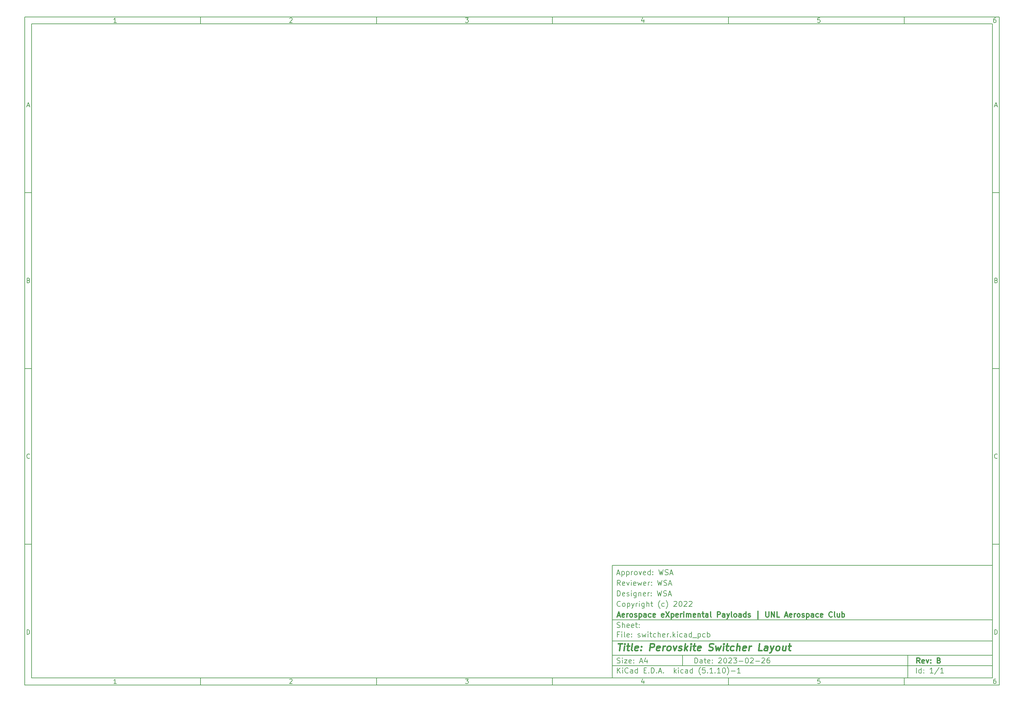
<source format=gbr>
%TF.GenerationSoftware,KiCad,Pcbnew,(5.1.10)-1*%
%TF.CreationDate,2023-02-26T14:00:58-06:00*%
%TF.ProjectId,switcher,73776974-6368-4657-922e-6b696361645f,B*%
%TF.SameCoordinates,Original*%
%TF.FileFunction,Paste,Bot*%
%TF.FilePolarity,Positive*%
%FSLAX46Y46*%
G04 Gerber Fmt 4.6, Leading zero omitted, Abs format (unit mm)*
G04 Created by KiCad (PCBNEW (5.1.10)-1) date 2023-02-26 14:00:58*
%MOMM*%
%LPD*%
G01*
G04 APERTURE LIST*
%ADD10C,0.100000*%
%ADD11C,0.150000*%
%ADD12C,0.300000*%
%ADD13C,0.400000*%
G04 APERTURE END LIST*
D10*
D11*
X177002200Y-166007200D02*
X177002200Y-198007200D01*
X285002200Y-198007200D01*
X285002200Y-166007200D01*
X177002200Y-166007200D01*
D10*
D11*
X10000000Y-10000000D02*
X10000000Y-200007200D01*
X287002200Y-200007200D01*
X287002200Y-10000000D01*
X10000000Y-10000000D01*
D10*
D11*
X12000000Y-12000000D02*
X12000000Y-198007200D01*
X285002200Y-198007200D01*
X285002200Y-12000000D01*
X12000000Y-12000000D01*
D10*
D11*
X60000000Y-12000000D02*
X60000000Y-10000000D01*
D10*
D11*
X110000000Y-12000000D02*
X110000000Y-10000000D01*
D10*
D11*
X160000000Y-12000000D02*
X160000000Y-10000000D01*
D10*
D11*
X210000000Y-12000000D02*
X210000000Y-10000000D01*
D10*
D11*
X260000000Y-12000000D02*
X260000000Y-10000000D01*
D10*
D11*
X36065476Y-11588095D02*
X35322619Y-11588095D01*
X35694047Y-11588095D02*
X35694047Y-10288095D01*
X35570238Y-10473809D01*
X35446428Y-10597619D01*
X35322619Y-10659523D01*
D10*
D11*
X85322619Y-10411904D02*
X85384523Y-10350000D01*
X85508333Y-10288095D01*
X85817857Y-10288095D01*
X85941666Y-10350000D01*
X86003571Y-10411904D01*
X86065476Y-10535714D01*
X86065476Y-10659523D01*
X86003571Y-10845238D01*
X85260714Y-11588095D01*
X86065476Y-11588095D01*
D10*
D11*
X135260714Y-10288095D02*
X136065476Y-10288095D01*
X135632142Y-10783333D01*
X135817857Y-10783333D01*
X135941666Y-10845238D01*
X136003571Y-10907142D01*
X136065476Y-11030952D01*
X136065476Y-11340476D01*
X136003571Y-11464285D01*
X135941666Y-11526190D01*
X135817857Y-11588095D01*
X135446428Y-11588095D01*
X135322619Y-11526190D01*
X135260714Y-11464285D01*
D10*
D11*
X185941666Y-10721428D02*
X185941666Y-11588095D01*
X185632142Y-10226190D02*
X185322619Y-11154761D01*
X186127380Y-11154761D01*
D10*
D11*
X236003571Y-10288095D02*
X235384523Y-10288095D01*
X235322619Y-10907142D01*
X235384523Y-10845238D01*
X235508333Y-10783333D01*
X235817857Y-10783333D01*
X235941666Y-10845238D01*
X236003571Y-10907142D01*
X236065476Y-11030952D01*
X236065476Y-11340476D01*
X236003571Y-11464285D01*
X235941666Y-11526190D01*
X235817857Y-11588095D01*
X235508333Y-11588095D01*
X235384523Y-11526190D01*
X235322619Y-11464285D01*
D10*
D11*
X285941666Y-10288095D02*
X285694047Y-10288095D01*
X285570238Y-10350000D01*
X285508333Y-10411904D01*
X285384523Y-10597619D01*
X285322619Y-10845238D01*
X285322619Y-11340476D01*
X285384523Y-11464285D01*
X285446428Y-11526190D01*
X285570238Y-11588095D01*
X285817857Y-11588095D01*
X285941666Y-11526190D01*
X286003571Y-11464285D01*
X286065476Y-11340476D01*
X286065476Y-11030952D01*
X286003571Y-10907142D01*
X285941666Y-10845238D01*
X285817857Y-10783333D01*
X285570238Y-10783333D01*
X285446428Y-10845238D01*
X285384523Y-10907142D01*
X285322619Y-11030952D01*
D10*
D11*
X60000000Y-198007200D02*
X60000000Y-200007200D01*
D10*
D11*
X110000000Y-198007200D02*
X110000000Y-200007200D01*
D10*
D11*
X160000000Y-198007200D02*
X160000000Y-200007200D01*
D10*
D11*
X210000000Y-198007200D02*
X210000000Y-200007200D01*
D10*
D11*
X260000000Y-198007200D02*
X260000000Y-200007200D01*
D10*
D11*
X36065476Y-199595295D02*
X35322619Y-199595295D01*
X35694047Y-199595295D02*
X35694047Y-198295295D01*
X35570238Y-198481009D01*
X35446428Y-198604819D01*
X35322619Y-198666723D01*
D10*
D11*
X85322619Y-198419104D02*
X85384523Y-198357200D01*
X85508333Y-198295295D01*
X85817857Y-198295295D01*
X85941666Y-198357200D01*
X86003571Y-198419104D01*
X86065476Y-198542914D01*
X86065476Y-198666723D01*
X86003571Y-198852438D01*
X85260714Y-199595295D01*
X86065476Y-199595295D01*
D10*
D11*
X135260714Y-198295295D02*
X136065476Y-198295295D01*
X135632142Y-198790533D01*
X135817857Y-198790533D01*
X135941666Y-198852438D01*
X136003571Y-198914342D01*
X136065476Y-199038152D01*
X136065476Y-199347676D01*
X136003571Y-199471485D01*
X135941666Y-199533390D01*
X135817857Y-199595295D01*
X135446428Y-199595295D01*
X135322619Y-199533390D01*
X135260714Y-199471485D01*
D10*
D11*
X185941666Y-198728628D02*
X185941666Y-199595295D01*
X185632142Y-198233390D02*
X185322619Y-199161961D01*
X186127380Y-199161961D01*
D10*
D11*
X236003571Y-198295295D02*
X235384523Y-198295295D01*
X235322619Y-198914342D01*
X235384523Y-198852438D01*
X235508333Y-198790533D01*
X235817857Y-198790533D01*
X235941666Y-198852438D01*
X236003571Y-198914342D01*
X236065476Y-199038152D01*
X236065476Y-199347676D01*
X236003571Y-199471485D01*
X235941666Y-199533390D01*
X235817857Y-199595295D01*
X235508333Y-199595295D01*
X235384523Y-199533390D01*
X235322619Y-199471485D01*
D10*
D11*
X285941666Y-198295295D02*
X285694047Y-198295295D01*
X285570238Y-198357200D01*
X285508333Y-198419104D01*
X285384523Y-198604819D01*
X285322619Y-198852438D01*
X285322619Y-199347676D01*
X285384523Y-199471485D01*
X285446428Y-199533390D01*
X285570238Y-199595295D01*
X285817857Y-199595295D01*
X285941666Y-199533390D01*
X286003571Y-199471485D01*
X286065476Y-199347676D01*
X286065476Y-199038152D01*
X286003571Y-198914342D01*
X285941666Y-198852438D01*
X285817857Y-198790533D01*
X285570238Y-198790533D01*
X285446428Y-198852438D01*
X285384523Y-198914342D01*
X285322619Y-199038152D01*
D10*
D11*
X10000000Y-60000000D02*
X12000000Y-60000000D01*
D10*
D11*
X10000000Y-110000000D02*
X12000000Y-110000000D01*
D10*
D11*
X10000000Y-160000000D02*
X12000000Y-160000000D01*
D10*
D11*
X10690476Y-35216666D02*
X11309523Y-35216666D01*
X10566666Y-35588095D02*
X11000000Y-34288095D01*
X11433333Y-35588095D01*
D10*
D11*
X11092857Y-84907142D02*
X11278571Y-84969047D01*
X11340476Y-85030952D01*
X11402380Y-85154761D01*
X11402380Y-85340476D01*
X11340476Y-85464285D01*
X11278571Y-85526190D01*
X11154761Y-85588095D01*
X10659523Y-85588095D01*
X10659523Y-84288095D01*
X11092857Y-84288095D01*
X11216666Y-84350000D01*
X11278571Y-84411904D01*
X11340476Y-84535714D01*
X11340476Y-84659523D01*
X11278571Y-84783333D01*
X11216666Y-84845238D01*
X11092857Y-84907142D01*
X10659523Y-84907142D01*
D10*
D11*
X11402380Y-135464285D02*
X11340476Y-135526190D01*
X11154761Y-135588095D01*
X11030952Y-135588095D01*
X10845238Y-135526190D01*
X10721428Y-135402380D01*
X10659523Y-135278571D01*
X10597619Y-135030952D01*
X10597619Y-134845238D01*
X10659523Y-134597619D01*
X10721428Y-134473809D01*
X10845238Y-134350000D01*
X11030952Y-134288095D01*
X11154761Y-134288095D01*
X11340476Y-134350000D01*
X11402380Y-134411904D01*
D10*
D11*
X10659523Y-185588095D02*
X10659523Y-184288095D01*
X10969047Y-184288095D01*
X11154761Y-184350000D01*
X11278571Y-184473809D01*
X11340476Y-184597619D01*
X11402380Y-184845238D01*
X11402380Y-185030952D01*
X11340476Y-185278571D01*
X11278571Y-185402380D01*
X11154761Y-185526190D01*
X10969047Y-185588095D01*
X10659523Y-185588095D01*
D10*
D11*
X287002200Y-60000000D02*
X285002200Y-60000000D01*
D10*
D11*
X287002200Y-110000000D02*
X285002200Y-110000000D01*
D10*
D11*
X287002200Y-160000000D02*
X285002200Y-160000000D01*
D10*
D11*
X285692676Y-35216666D02*
X286311723Y-35216666D01*
X285568866Y-35588095D02*
X286002200Y-34288095D01*
X286435533Y-35588095D01*
D10*
D11*
X286095057Y-84907142D02*
X286280771Y-84969047D01*
X286342676Y-85030952D01*
X286404580Y-85154761D01*
X286404580Y-85340476D01*
X286342676Y-85464285D01*
X286280771Y-85526190D01*
X286156961Y-85588095D01*
X285661723Y-85588095D01*
X285661723Y-84288095D01*
X286095057Y-84288095D01*
X286218866Y-84350000D01*
X286280771Y-84411904D01*
X286342676Y-84535714D01*
X286342676Y-84659523D01*
X286280771Y-84783333D01*
X286218866Y-84845238D01*
X286095057Y-84907142D01*
X285661723Y-84907142D01*
D10*
D11*
X286404580Y-135464285D02*
X286342676Y-135526190D01*
X286156961Y-135588095D01*
X286033152Y-135588095D01*
X285847438Y-135526190D01*
X285723628Y-135402380D01*
X285661723Y-135278571D01*
X285599819Y-135030952D01*
X285599819Y-134845238D01*
X285661723Y-134597619D01*
X285723628Y-134473809D01*
X285847438Y-134350000D01*
X286033152Y-134288095D01*
X286156961Y-134288095D01*
X286342676Y-134350000D01*
X286404580Y-134411904D01*
D10*
D11*
X285661723Y-185588095D02*
X285661723Y-184288095D01*
X285971247Y-184288095D01*
X286156961Y-184350000D01*
X286280771Y-184473809D01*
X286342676Y-184597619D01*
X286404580Y-184845238D01*
X286404580Y-185030952D01*
X286342676Y-185278571D01*
X286280771Y-185402380D01*
X286156961Y-185526190D01*
X285971247Y-185588095D01*
X285661723Y-185588095D01*
D10*
D11*
X200434342Y-193785771D02*
X200434342Y-192285771D01*
X200791485Y-192285771D01*
X201005771Y-192357200D01*
X201148628Y-192500057D01*
X201220057Y-192642914D01*
X201291485Y-192928628D01*
X201291485Y-193142914D01*
X201220057Y-193428628D01*
X201148628Y-193571485D01*
X201005771Y-193714342D01*
X200791485Y-193785771D01*
X200434342Y-193785771D01*
X202577200Y-193785771D02*
X202577200Y-193000057D01*
X202505771Y-192857200D01*
X202362914Y-192785771D01*
X202077200Y-192785771D01*
X201934342Y-192857200D01*
X202577200Y-193714342D02*
X202434342Y-193785771D01*
X202077200Y-193785771D01*
X201934342Y-193714342D01*
X201862914Y-193571485D01*
X201862914Y-193428628D01*
X201934342Y-193285771D01*
X202077200Y-193214342D01*
X202434342Y-193214342D01*
X202577200Y-193142914D01*
X203077200Y-192785771D02*
X203648628Y-192785771D01*
X203291485Y-192285771D02*
X203291485Y-193571485D01*
X203362914Y-193714342D01*
X203505771Y-193785771D01*
X203648628Y-193785771D01*
X204720057Y-193714342D02*
X204577200Y-193785771D01*
X204291485Y-193785771D01*
X204148628Y-193714342D01*
X204077200Y-193571485D01*
X204077200Y-193000057D01*
X204148628Y-192857200D01*
X204291485Y-192785771D01*
X204577200Y-192785771D01*
X204720057Y-192857200D01*
X204791485Y-193000057D01*
X204791485Y-193142914D01*
X204077200Y-193285771D01*
X205434342Y-193642914D02*
X205505771Y-193714342D01*
X205434342Y-193785771D01*
X205362914Y-193714342D01*
X205434342Y-193642914D01*
X205434342Y-193785771D01*
X205434342Y-192857200D02*
X205505771Y-192928628D01*
X205434342Y-193000057D01*
X205362914Y-192928628D01*
X205434342Y-192857200D01*
X205434342Y-193000057D01*
X207220057Y-192428628D02*
X207291485Y-192357200D01*
X207434342Y-192285771D01*
X207791485Y-192285771D01*
X207934342Y-192357200D01*
X208005771Y-192428628D01*
X208077200Y-192571485D01*
X208077200Y-192714342D01*
X208005771Y-192928628D01*
X207148628Y-193785771D01*
X208077200Y-193785771D01*
X209005771Y-192285771D02*
X209148628Y-192285771D01*
X209291485Y-192357200D01*
X209362914Y-192428628D01*
X209434342Y-192571485D01*
X209505771Y-192857200D01*
X209505771Y-193214342D01*
X209434342Y-193500057D01*
X209362914Y-193642914D01*
X209291485Y-193714342D01*
X209148628Y-193785771D01*
X209005771Y-193785771D01*
X208862914Y-193714342D01*
X208791485Y-193642914D01*
X208720057Y-193500057D01*
X208648628Y-193214342D01*
X208648628Y-192857200D01*
X208720057Y-192571485D01*
X208791485Y-192428628D01*
X208862914Y-192357200D01*
X209005771Y-192285771D01*
X210077200Y-192428628D02*
X210148628Y-192357200D01*
X210291485Y-192285771D01*
X210648628Y-192285771D01*
X210791485Y-192357200D01*
X210862914Y-192428628D01*
X210934342Y-192571485D01*
X210934342Y-192714342D01*
X210862914Y-192928628D01*
X210005771Y-193785771D01*
X210934342Y-193785771D01*
X211434342Y-192285771D02*
X212362914Y-192285771D01*
X211862914Y-192857200D01*
X212077200Y-192857200D01*
X212220057Y-192928628D01*
X212291485Y-193000057D01*
X212362914Y-193142914D01*
X212362914Y-193500057D01*
X212291485Y-193642914D01*
X212220057Y-193714342D01*
X212077200Y-193785771D01*
X211648628Y-193785771D01*
X211505771Y-193714342D01*
X211434342Y-193642914D01*
X213005771Y-193214342D02*
X214148628Y-193214342D01*
X215148628Y-192285771D02*
X215291485Y-192285771D01*
X215434342Y-192357200D01*
X215505771Y-192428628D01*
X215577200Y-192571485D01*
X215648628Y-192857200D01*
X215648628Y-193214342D01*
X215577200Y-193500057D01*
X215505771Y-193642914D01*
X215434342Y-193714342D01*
X215291485Y-193785771D01*
X215148628Y-193785771D01*
X215005771Y-193714342D01*
X214934342Y-193642914D01*
X214862914Y-193500057D01*
X214791485Y-193214342D01*
X214791485Y-192857200D01*
X214862914Y-192571485D01*
X214934342Y-192428628D01*
X215005771Y-192357200D01*
X215148628Y-192285771D01*
X216220057Y-192428628D02*
X216291485Y-192357200D01*
X216434342Y-192285771D01*
X216791485Y-192285771D01*
X216934342Y-192357200D01*
X217005771Y-192428628D01*
X217077200Y-192571485D01*
X217077200Y-192714342D01*
X217005771Y-192928628D01*
X216148628Y-193785771D01*
X217077200Y-193785771D01*
X217720057Y-193214342D02*
X218862914Y-193214342D01*
X219505771Y-192428628D02*
X219577200Y-192357200D01*
X219720057Y-192285771D01*
X220077200Y-192285771D01*
X220220057Y-192357200D01*
X220291485Y-192428628D01*
X220362914Y-192571485D01*
X220362914Y-192714342D01*
X220291485Y-192928628D01*
X219434342Y-193785771D01*
X220362914Y-193785771D01*
X221648628Y-192285771D02*
X221362914Y-192285771D01*
X221220057Y-192357200D01*
X221148628Y-192428628D01*
X221005771Y-192642914D01*
X220934342Y-192928628D01*
X220934342Y-193500057D01*
X221005771Y-193642914D01*
X221077200Y-193714342D01*
X221220057Y-193785771D01*
X221505771Y-193785771D01*
X221648628Y-193714342D01*
X221720057Y-193642914D01*
X221791485Y-193500057D01*
X221791485Y-193142914D01*
X221720057Y-193000057D01*
X221648628Y-192928628D01*
X221505771Y-192857200D01*
X221220057Y-192857200D01*
X221077200Y-192928628D01*
X221005771Y-193000057D01*
X220934342Y-193142914D01*
D10*
D11*
X177002200Y-194507200D02*
X285002200Y-194507200D01*
D10*
D11*
X178434342Y-196585771D02*
X178434342Y-195085771D01*
X179291485Y-196585771D02*
X178648628Y-195728628D01*
X179291485Y-195085771D02*
X178434342Y-195942914D01*
X179934342Y-196585771D02*
X179934342Y-195585771D01*
X179934342Y-195085771D02*
X179862914Y-195157200D01*
X179934342Y-195228628D01*
X180005771Y-195157200D01*
X179934342Y-195085771D01*
X179934342Y-195228628D01*
X181505771Y-196442914D02*
X181434342Y-196514342D01*
X181220057Y-196585771D01*
X181077200Y-196585771D01*
X180862914Y-196514342D01*
X180720057Y-196371485D01*
X180648628Y-196228628D01*
X180577200Y-195942914D01*
X180577200Y-195728628D01*
X180648628Y-195442914D01*
X180720057Y-195300057D01*
X180862914Y-195157200D01*
X181077200Y-195085771D01*
X181220057Y-195085771D01*
X181434342Y-195157200D01*
X181505771Y-195228628D01*
X182791485Y-196585771D02*
X182791485Y-195800057D01*
X182720057Y-195657200D01*
X182577200Y-195585771D01*
X182291485Y-195585771D01*
X182148628Y-195657200D01*
X182791485Y-196514342D02*
X182648628Y-196585771D01*
X182291485Y-196585771D01*
X182148628Y-196514342D01*
X182077200Y-196371485D01*
X182077200Y-196228628D01*
X182148628Y-196085771D01*
X182291485Y-196014342D01*
X182648628Y-196014342D01*
X182791485Y-195942914D01*
X184148628Y-196585771D02*
X184148628Y-195085771D01*
X184148628Y-196514342D02*
X184005771Y-196585771D01*
X183720057Y-196585771D01*
X183577200Y-196514342D01*
X183505771Y-196442914D01*
X183434342Y-196300057D01*
X183434342Y-195871485D01*
X183505771Y-195728628D01*
X183577200Y-195657200D01*
X183720057Y-195585771D01*
X184005771Y-195585771D01*
X184148628Y-195657200D01*
X186005771Y-195800057D02*
X186505771Y-195800057D01*
X186720057Y-196585771D02*
X186005771Y-196585771D01*
X186005771Y-195085771D01*
X186720057Y-195085771D01*
X187362914Y-196442914D02*
X187434342Y-196514342D01*
X187362914Y-196585771D01*
X187291485Y-196514342D01*
X187362914Y-196442914D01*
X187362914Y-196585771D01*
X188077200Y-196585771D02*
X188077200Y-195085771D01*
X188434342Y-195085771D01*
X188648628Y-195157200D01*
X188791485Y-195300057D01*
X188862914Y-195442914D01*
X188934342Y-195728628D01*
X188934342Y-195942914D01*
X188862914Y-196228628D01*
X188791485Y-196371485D01*
X188648628Y-196514342D01*
X188434342Y-196585771D01*
X188077200Y-196585771D01*
X189577200Y-196442914D02*
X189648628Y-196514342D01*
X189577200Y-196585771D01*
X189505771Y-196514342D01*
X189577200Y-196442914D01*
X189577200Y-196585771D01*
X190220057Y-196157200D02*
X190934342Y-196157200D01*
X190077200Y-196585771D02*
X190577200Y-195085771D01*
X191077200Y-196585771D01*
X191577200Y-196442914D02*
X191648628Y-196514342D01*
X191577200Y-196585771D01*
X191505771Y-196514342D01*
X191577200Y-196442914D01*
X191577200Y-196585771D01*
X194577200Y-196585771D02*
X194577200Y-195085771D01*
X194720057Y-196014342D02*
X195148628Y-196585771D01*
X195148628Y-195585771D02*
X194577200Y-196157200D01*
X195791485Y-196585771D02*
X195791485Y-195585771D01*
X195791485Y-195085771D02*
X195720057Y-195157200D01*
X195791485Y-195228628D01*
X195862914Y-195157200D01*
X195791485Y-195085771D01*
X195791485Y-195228628D01*
X197148628Y-196514342D02*
X197005771Y-196585771D01*
X196720057Y-196585771D01*
X196577200Y-196514342D01*
X196505771Y-196442914D01*
X196434342Y-196300057D01*
X196434342Y-195871485D01*
X196505771Y-195728628D01*
X196577200Y-195657200D01*
X196720057Y-195585771D01*
X197005771Y-195585771D01*
X197148628Y-195657200D01*
X198434342Y-196585771D02*
X198434342Y-195800057D01*
X198362914Y-195657200D01*
X198220057Y-195585771D01*
X197934342Y-195585771D01*
X197791485Y-195657200D01*
X198434342Y-196514342D02*
X198291485Y-196585771D01*
X197934342Y-196585771D01*
X197791485Y-196514342D01*
X197720057Y-196371485D01*
X197720057Y-196228628D01*
X197791485Y-196085771D01*
X197934342Y-196014342D01*
X198291485Y-196014342D01*
X198434342Y-195942914D01*
X199791485Y-196585771D02*
X199791485Y-195085771D01*
X199791485Y-196514342D02*
X199648628Y-196585771D01*
X199362914Y-196585771D01*
X199220057Y-196514342D01*
X199148628Y-196442914D01*
X199077200Y-196300057D01*
X199077200Y-195871485D01*
X199148628Y-195728628D01*
X199220057Y-195657200D01*
X199362914Y-195585771D01*
X199648628Y-195585771D01*
X199791485Y-195657200D01*
X202077200Y-197157200D02*
X202005771Y-197085771D01*
X201862914Y-196871485D01*
X201791485Y-196728628D01*
X201720057Y-196514342D01*
X201648628Y-196157200D01*
X201648628Y-195871485D01*
X201720057Y-195514342D01*
X201791485Y-195300057D01*
X201862914Y-195157200D01*
X202005771Y-194942914D01*
X202077200Y-194871485D01*
X203362914Y-195085771D02*
X202648628Y-195085771D01*
X202577200Y-195800057D01*
X202648628Y-195728628D01*
X202791485Y-195657200D01*
X203148628Y-195657200D01*
X203291485Y-195728628D01*
X203362914Y-195800057D01*
X203434342Y-195942914D01*
X203434342Y-196300057D01*
X203362914Y-196442914D01*
X203291485Y-196514342D01*
X203148628Y-196585771D01*
X202791485Y-196585771D01*
X202648628Y-196514342D01*
X202577200Y-196442914D01*
X204077200Y-196442914D02*
X204148628Y-196514342D01*
X204077200Y-196585771D01*
X204005771Y-196514342D01*
X204077200Y-196442914D01*
X204077200Y-196585771D01*
X205577200Y-196585771D02*
X204720057Y-196585771D01*
X205148628Y-196585771D02*
X205148628Y-195085771D01*
X205005771Y-195300057D01*
X204862914Y-195442914D01*
X204720057Y-195514342D01*
X206220057Y-196442914D02*
X206291485Y-196514342D01*
X206220057Y-196585771D01*
X206148628Y-196514342D01*
X206220057Y-196442914D01*
X206220057Y-196585771D01*
X207720057Y-196585771D02*
X206862914Y-196585771D01*
X207291485Y-196585771D02*
X207291485Y-195085771D01*
X207148628Y-195300057D01*
X207005771Y-195442914D01*
X206862914Y-195514342D01*
X208648628Y-195085771D02*
X208791485Y-195085771D01*
X208934342Y-195157200D01*
X209005771Y-195228628D01*
X209077200Y-195371485D01*
X209148628Y-195657200D01*
X209148628Y-196014342D01*
X209077200Y-196300057D01*
X209005771Y-196442914D01*
X208934342Y-196514342D01*
X208791485Y-196585771D01*
X208648628Y-196585771D01*
X208505771Y-196514342D01*
X208434342Y-196442914D01*
X208362914Y-196300057D01*
X208291485Y-196014342D01*
X208291485Y-195657200D01*
X208362914Y-195371485D01*
X208434342Y-195228628D01*
X208505771Y-195157200D01*
X208648628Y-195085771D01*
X209648628Y-197157200D02*
X209720057Y-197085771D01*
X209862914Y-196871485D01*
X209934342Y-196728628D01*
X210005771Y-196514342D01*
X210077200Y-196157200D01*
X210077200Y-195871485D01*
X210005771Y-195514342D01*
X209934342Y-195300057D01*
X209862914Y-195157200D01*
X209720057Y-194942914D01*
X209648628Y-194871485D01*
X210791485Y-196014342D02*
X211934342Y-196014342D01*
X213434342Y-196585771D02*
X212577200Y-196585771D01*
X213005771Y-196585771D02*
X213005771Y-195085771D01*
X212862914Y-195300057D01*
X212720057Y-195442914D01*
X212577200Y-195514342D01*
D10*
D11*
X177002200Y-191507200D02*
X285002200Y-191507200D01*
D10*
D12*
X264411485Y-193785771D02*
X263911485Y-193071485D01*
X263554342Y-193785771D02*
X263554342Y-192285771D01*
X264125771Y-192285771D01*
X264268628Y-192357200D01*
X264340057Y-192428628D01*
X264411485Y-192571485D01*
X264411485Y-192785771D01*
X264340057Y-192928628D01*
X264268628Y-193000057D01*
X264125771Y-193071485D01*
X263554342Y-193071485D01*
X265625771Y-193714342D02*
X265482914Y-193785771D01*
X265197200Y-193785771D01*
X265054342Y-193714342D01*
X264982914Y-193571485D01*
X264982914Y-193000057D01*
X265054342Y-192857200D01*
X265197200Y-192785771D01*
X265482914Y-192785771D01*
X265625771Y-192857200D01*
X265697200Y-193000057D01*
X265697200Y-193142914D01*
X264982914Y-193285771D01*
X266197200Y-192785771D02*
X266554342Y-193785771D01*
X266911485Y-192785771D01*
X267482914Y-193642914D02*
X267554342Y-193714342D01*
X267482914Y-193785771D01*
X267411485Y-193714342D01*
X267482914Y-193642914D01*
X267482914Y-193785771D01*
X267482914Y-192857200D02*
X267554342Y-192928628D01*
X267482914Y-193000057D01*
X267411485Y-192928628D01*
X267482914Y-192857200D01*
X267482914Y-193000057D01*
X269840057Y-193000057D02*
X270054342Y-193071485D01*
X270125771Y-193142914D01*
X270197200Y-193285771D01*
X270197200Y-193500057D01*
X270125771Y-193642914D01*
X270054342Y-193714342D01*
X269911485Y-193785771D01*
X269340057Y-193785771D01*
X269340057Y-192285771D01*
X269840057Y-192285771D01*
X269982914Y-192357200D01*
X270054342Y-192428628D01*
X270125771Y-192571485D01*
X270125771Y-192714342D01*
X270054342Y-192857200D01*
X269982914Y-192928628D01*
X269840057Y-193000057D01*
X269340057Y-193000057D01*
D10*
D11*
X178362914Y-193714342D02*
X178577200Y-193785771D01*
X178934342Y-193785771D01*
X179077200Y-193714342D01*
X179148628Y-193642914D01*
X179220057Y-193500057D01*
X179220057Y-193357200D01*
X179148628Y-193214342D01*
X179077200Y-193142914D01*
X178934342Y-193071485D01*
X178648628Y-193000057D01*
X178505771Y-192928628D01*
X178434342Y-192857200D01*
X178362914Y-192714342D01*
X178362914Y-192571485D01*
X178434342Y-192428628D01*
X178505771Y-192357200D01*
X178648628Y-192285771D01*
X179005771Y-192285771D01*
X179220057Y-192357200D01*
X179862914Y-193785771D02*
X179862914Y-192785771D01*
X179862914Y-192285771D02*
X179791485Y-192357200D01*
X179862914Y-192428628D01*
X179934342Y-192357200D01*
X179862914Y-192285771D01*
X179862914Y-192428628D01*
X180434342Y-192785771D02*
X181220057Y-192785771D01*
X180434342Y-193785771D01*
X181220057Y-193785771D01*
X182362914Y-193714342D02*
X182220057Y-193785771D01*
X181934342Y-193785771D01*
X181791485Y-193714342D01*
X181720057Y-193571485D01*
X181720057Y-193000057D01*
X181791485Y-192857200D01*
X181934342Y-192785771D01*
X182220057Y-192785771D01*
X182362914Y-192857200D01*
X182434342Y-193000057D01*
X182434342Y-193142914D01*
X181720057Y-193285771D01*
X183077200Y-193642914D02*
X183148628Y-193714342D01*
X183077200Y-193785771D01*
X183005771Y-193714342D01*
X183077200Y-193642914D01*
X183077200Y-193785771D01*
X183077200Y-192857200D02*
X183148628Y-192928628D01*
X183077200Y-193000057D01*
X183005771Y-192928628D01*
X183077200Y-192857200D01*
X183077200Y-193000057D01*
X184862914Y-193357200D02*
X185577200Y-193357200D01*
X184720057Y-193785771D02*
X185220057Y-192285771D01*
X185720057Y-193785771D01*
X186862914Y-192785771D02*
X186862914Y-193785771D01*
X186505771Y-192214342D02*
X186148628Y-193285771D01*
X187077200Y-193285771D01*
D10*
D11*
X263434342Y-196585771D02*
X263434342Y-195085771D01*
X264791485Y-196585771D02*
X264791485Y-195085771D01*
X264791485Y-196514342D02*
X264648628Y-196585771D01*
X264362914Y-196585771D01*
X264220057Y-196514342D01*
X264148628Y-196442914D01*
X264077200Y-196300057D01*
X264077200Y-195871485D01*
X264148628Y-195728628D01*
X264220057Y-195657200D01*
X264362914Y-195585771D01*
X264648628Y-195585771D01*
X264791485Y-195657200D01*
X265505771Y-196442914D02*
X265577200Y-196514342D01*
X265505771Y-196585771D01*
X265434342Y-196514342D01*
X265505771Y-196442914D01*
X265505771Y-196585771D01*
X265505771Y-195657200D02*
X265577200Y-195728628D01*
X265505771Y-195800057D01*
X265434342Y-195728628D01*
X265505771Y-195657200D01*
X265505771Y-195800057D01*
X268148628Y-196585771D02*
X267291485Y-196585771D01*
X267720057Y-196585771D02*
X267720057Y-195085771D01*
X267577200Y-195300057D01*
X267434342Y-195442914D01*
X267291485Y-195514342D01*
X269862914Y-195014342D02*
X268577200Y-196942914D01*
X271148628Y-196585771D02*
X270291485Y-196585771D01*
X270720057Y-196585771D02*
X270720057Y-195085771D01*
X270577200Y-195300057D01*
X270434342Y-195442914D01*
X270291485Y-195514342D01*
D10*
D11*
X177002200Y-187507200D02*
X285002200Y-187507200D01*
D10*
D13*
X178714580Y-188211961D02*
X179857438Y-188211961D01*
X179036009Y-190211961D02*
X179286009Y-188211961D01*
X180274104Y-190211961D02*
X180440771Y-188878628D01*
X180524104Y-188211961D02*
X180416961Y-188307200D01*
X180500295Y-188402438D01*
X180607438Y-188307200D01*
X180524104Y-188211961D01*
X180500295Y-188402438D01*
X181107438Y-188878628D02*
X181869342Y-188878628D01*
X181476485Y-188211961D02*
X181262200Y-189926247D01*
X181333628Y-190116723D01*
X181512200Y-190211961D01*
X181702676Y-190211961D01*
X182655057Y-190211961D02*
X182476485Y-190116723D01*
X182405057Y-189926247D01*
X182619342Y-188211961D01*
X184190771Y-190116723D02*
X183988390Y-190211961D01*
X183607438Y-190211961D01*
X183428866Y-190116723D01*
X183357438Y-189926247D01*
X183452676Y-189164342D01*
X183571723Y-188973866D01*
X183774104Y-188878628D01*
X184155057Y-188878628D01*
X184333628Y-188973866D01*
X184405057Y-189164342D01*
X184381247Y-189354819D01*
X183405057Y-189545295D01*
X185155057Y-190021485D02*
X185238390Y-190116723D01*
X185131247Y-190211961D01*
X185047914Y-190116723D01*
X185155057Y-190021485D01*
X185131247Y-190211961D01*
X185286009Y-188973866D02*
X185369342Y-189069104D01*
X185262200Y-189164342D01*
X185178866Y-189069104D01*
X185286009Y-188973866D01*
X185262200Y-189164342D01*
X187607438Y-190211961D02*
X187857438Y-188211961D01*
X188619342Y-188211961D01*
X188797914Y-188307200D01*
X188881247Y-188402438D01*
X188952676Y-188592914D01*
X188916961Y-188878628D01*
X188797914Y-189069104D01*
X188690771Y-189164342D01*
X188488390Y-189259580D01*
X187726485Y-189259580D01*
X190381247Y-190116723D02*
X190178866Y-190211961D01*
X189797914Y-190211961D01*
X189619342Y-190116723D01*
X189547914Y-189926247D01*
X189643152Y-189164342D01*
X189762200Y-188973866D01*
X189964580Y-188878628D01*
X190345533Y-188878628D01*
X190524104Y-188973866D01*
X190595533Y-189164342D01*
X190571723Y-189354819D01*
X189595533Y-189545295D01*
X191321723Y-190211961D02*
X191488390Y-188878628D01*
X191440771Y-189259580D02*
X191559819Y-189069104D01*
X191666961Y-188973866D01*
X191869342Y-188878628D01*
X192059819Y-188878628D01*
X192845533Y-190211961D02*
X192666961Y-190116723D01*
X192583628Y-190021485D01*
X192512200Y-189831009D01*
X192583628Y-189259580D01*
X192702676Y-189069104D01*
X192809819Y-188973866D01*
X193012200Y-188878628D01*
X193297914Y-188878628D01*
X193476485Y-188973866D01*
X193559819Y-189069104D01*
X193631247Y-189259580D01*
X193559819Y-189831009D01*
X193440771Y-190021485D01*
X193333628Y-190116723D01*
X193131247Y-190211961D01*
X192845533Y-190211961D01*
X194345533Y-188878628D02*
X194655057Y-190211961D01*
X195297914Y-188878628D01*
X195809819Y-190116723D02*
X195988390Y-190211961D01*
X196369342Y-190211961D01*
X196571723Y-190116723D01*
X196690771Y-189926247D01*
X196702676Y-189831009D01*
X196631247Y-189640533D01*
X196452676Y-189545295D01*
X196166961Y-189545295D01*
X195988390Y-189450057D01*
X195916961Y-189259580D01*
X195928866Y-189164342D01*
X196047914Y-188973866D01*
X196250295Y-188878628D01*
X196536009Y-188878628D01*
X196714580Y-188973866D01*
X197512200Y-190211961D02*
X197762200Y-188211961D01*
X197797914Y-189450057D02*
X198274104Y-190211961D01*
X198440771Y-188878628D02*
X197583628Y-189640533D01*
X199131247Y-190211961D02*
X199297914Y-188878628D01*
X199381247Y-188211961D02*
X199274104Y-188307200D01*
X199357438Y-188402438D01*
X199464580Y-188307200D01*
X199381247Y-188211961D01*
X199357438Y-188402438D01*
X199964580Y-188878628D02*
X200726485Y-188878628D01*
X200333628Y-188211961D02*
X200119342Y-189926247D01*
X200190771Y-190116723D01*
X200369342Y-190211961D01*
X200559819Y-190211961D01*
X202000295Y-190116723D02*
X201797914Y-190211961D01*
X201416961Y-190211961D01*
X201238390Y-190116723D01*
X201166961Y-189926247D01*
X201262200Y-189164342D01*
X201381247Y-188973866D01*
X201583628Y-188878628D01*
X201964580Y-188878628D01*
X202143152Y-188973866D01*
X202214580Y-189164342D01*
X202190771Y-189354819D01*
X201214580Y-189545295D01*
X204381247Y-190116723D02*
X204655057Y-190211961D01*
X205131247Y-190211961D01*
X205333628Y-190116723D01*
X205440771Y-190021485D01*
X205559819Y-189831009D01*
X205583628Y-189640533D01*
X205512200Y-189450057D01*
X205428866Y-189354819D01*
X205250295Y-189259580D01*
X204881247Y-189164342D01*
X204702676Y-189069104D01*
X204619342Y-188973866D01*
X204547914Y-188783390D01*
X204571723Y-188592914D01*
X204690771Y-188402438D01*
X204797914Y-188307200D01*
X205000295Y-188211961D01*
X205476485Y-188211961D01*
X205750295Y-188307200D01*
X206345533Y-188878628D02*
X206559819Y-190211961D01*
X207059819Y-189259580D01*
X207321723Y-190211961D01*
X207869342Y-188878628D01*
X208464580Y-190211961D02*
X208631247Y-188878628D01*
X208714580Y-188211961D02*
X208607438Y-188307200D01*
X208690771Y-188402438D01*
X208797914Y-188307200D01*
X208714580Y-188211961D01*
X208690771Y-188402438D01*
X209297914Y-188878628D02*
X210059819Y-188878628D01*
X209666961Y-188211961D02*
X209452676Y-189926247D01*
X209524104Y-190116723D01*
X209702676Y-190211961D01*
X209893152Y-190211961D01*
X211428866Y-190116723D02*
X211226485Y-190211961D01*
X210845533Y-190211961D01*
X210666961Y-190116723D01*
X210583628Y-190021485D01*
X210512200Y-189831009D01*
X210583628Y-189259580D01*
X210702676Y-189069104D01*
X210809819Y-188973866D01*
X211012200Y-188878628D01*
X211393152Y-188878628D01*
X211571723Y-188973866D01*
X212274104Y-190211961D02*
X212524104Y-188211961D01*
X213131247Y-190211961D02*
X213262200Y-189164342D01*
X213190771Y-188973866D01*
X213012200Y-188878628D01*
X212726485Y-188878628D01*
X212524104Y-188973866D01*
X212416961Y-189069104D01*
X214857438Y-190116723D02*
X214655057Y-190211961D01*
X214274104Y-190211961D01*
X214095533Y-190116723D01*
X214024104Y-189926247D01*
X214119342Y-189164342D01*
X214238390Y-188973866D01*
X214440771Y-188878628D01*
X214821723Y-188878628D01*
X215000295Y-188973866D01*
X215071723Y-189164342D01*
X215047914Y-189354819D01*
X214071723Y-189545295D01*
X215797914Y-190211961D02*
X215964580Y-188878628D01*
X215916961Y-189259580D02*
X216036009Y-189069104D01*
X216143152Y-188973866D01*
X216345533Y-188878628D01*
X216536009Y-188878628D01*
X219512200Y-190211961D02*
X218559819Y-190211961D01*
X218809819Y-188211961D01*
X221036009Y-190211961D02*
X221166961Y-189164342D01*
X221095533Y-188973866D01*
X220916961Y-188878628D01*
X220536009Y-188878628D01*
X220333628Y-188973866D01*
X221047914Y-190116723D02*
X220845533Y-190211961D01*
X220369342Y-190211961D01*
X220190771Y-190116723D01*
X220119342Y-189926247D01*
X220143152Y-189735771D01*
X220262200Y-189545295D01*
X220464580Y-189450057D01*
X220940771Y-189450057D01*
X221143152Y-189354819D01*
X221964580Y-188878628D02*
X222274104Y-190211961D01*
X222916961Y-188878628D02*
X222274104Y-190211961D01*
X222024104Y-190688152D01*
X221916961Y-190783390D01*
X221714580Y-190878628D01*
X223797914Y-190211961D02*
X223619342Y-190116723D01*
X223536009Y-190021485D01*
X223464580Y-189831009D01*
X223536009Y-189259580D01*
X223655057Y-189069104D01*
X223762200Y-188973866D01*
X223964580Y-188878628D01*
X224250295Y-188878628D01*
X224428866Y-188973866D01*
X224512200Y-189069104D01*
X224583628Y-189259580D01*
X224512199Y-189831009D01*
X224393152Y-190021485D01*
X224286009Y-190116723D01*
X224083628Y-190211961D01*
X223797914Y-190211961D01*
X226345533Y-188878628D02*
X226178866Y-190211961D01*
X225488390Y-188878628D02*
X225357438Y-189926247D01*
X225428866Y-190116723D01*
X225607438Y-190211961D01*
X225893152Y-190211961D01*
X226095533Y-190116723D01*
X226202676Y-190021485D01*
X227012199Y-188878628D02*
X227774104Y-188878628D01*
X227381247Y-188211961D02*
X227166961Y-189926247D01*
X227238390Y-190116723D01*
X227416961Y-190211961D01*
X227607438Y-190211961D01*
D10*
D11*
X178934342Y-185600057D02*
X178434342Y-185600057D01*
X178434342Y-186385771D02*
X178434342Y-184885771D01*
X179148628Y-184885771D01*
X179720057Y-186385771D02*
X179720057Y-185385771D01*
X179720057Y-184885771D02*
X179648628Y-184957200D01*
X179720057Y-185028628D01*
X179791485Y-184957200D01*
X179720057Y-184885771D01*
X179720057Y-185028628D01*
X180648628Y-186385771D02*
X180505771Y-186314342D01*
X180434342Y-186171485D01*
X180434342Y-184885771D01*
X181791485Y-186314342D02*
X181648628Y-186385771D01*
X181362914Y-186385771D01*
X181220057Y-186314342D01*
X181148628Y-186171485D01*
X181148628Y-185600057D01*
X181220057Y-185457200D01*
X181362914Y-185385771D01*
X181648628Y-185385771D01*
X181791485Y-185457200D01*
X181862914Y-185600057D01*
X181862914Y-185742914D01*
X181148628Y-185885771D01*
X182505771Y-186242914D02*
X182577200Y-186314342D01*
X182505771Y-186385771D01*
X182434342Y-186314342D01*
X182505771Y-186242914D01*
X182505771Y-186385771D01*
X182505771Y-185457200D02*
X182577200Y-185528628D01*
X182505771Y-185600057D01*
X182434342Y-185528628D01*
X182505771Y-185457200D01*
X182505771Y-185600057D01*
X184291485Y-186314342D02*
X184434342Y-186385771D01*
X184720057Y-186385771D01*
X184862914Y-186314342D01*
X184934342Y-186171485D01*
X184934342Y-186100057D01*
X184862914Y-185957200D01*
X184720057Y-185885771D01*
X184505771Y-185885771D01*
X184362914Y-185814342D01*
X184291485Y-185671485D01*
X184291485Y-185600057D01*
X184362914Y-185457200D01*
X184505771Y-185385771D01*
X184720057Y-185385771D01*
X184862914Y-185457200D01*
X185434342Y-185385771D02*
X185720057Y-186385771D01*
X186005771Y-185671485D01*
X186291485Y-186385771D01*
X186577200Y-185385771D01*
X187148628Y-186385771D02*
X187148628Y-185385771D01*
X187148628Y-184885771D02*
X187077200Y-184957200D01*
X187148628Y-185028628D01*
X187220057Y-184957200D01*
X187148628Y-184885771D01*
X187148628Y-185028628D01*
X187648628Y-185385771D02*
X188220057Y-185385771D01*
X187862914Y-184885771D02*
X187862914Y-186171485D01*
X187934342Y-186314342D01*
X188077200Y-186385771D01*
X188220057Y-186385771D01*
X189362914Y-186314342D02*
X189220057Y-186385771D01*
X188934342Y-186385771D01*
X188791485Y-186314342D01*
X188720057Y-186242914D01*
X188648628Y-186100057D01*
X188648628Y-185671485D01*
X188720057Y-185528628D01*
X188791485Y-185457200D01*
X188934342Y-185385771D01*
X189220057Y-185385771D01*
X189362914Y-185457200D01*
X190005771Y-186385771D02*
X190005771Y-184885771D01*
X190648628Y-186385771D02*
X190648628Y-185600057D01*
X190577200Y-185457200D01*
X190434342Y-185385771D01*
X190220057Y-185385771D01*
X190077200Y-185457200D01*
X190005771Y-185528628D01*
X191934342Y-186314342D02*
X191791485Y-186385771D01*
X191505771Y-186385771D01*
X191362914Y-186314342D01*
X191291485Y-186171485D01*
X191291485Y-185600057D01*
X191362914Y-185457200D01*
X191505771Y-185385771D01*
X191791485Y-185385771D01*
X191934342Y-185457200D01*
X192005771Y-185600057D01*
X192005771Y-185742914D01*
X191291485Y-185885771D01*
X192648628Y-186385771D02*
X192648628Y-185385771D01*
X192648628Y-185671485D02*
X192720057Y-185528628D01*
X192791485Y-185457200D01*
X192934342Y-185385771D01*
X193077200Y-185385771D01*
X193577200Y-186242914D02*
X193648628Y-186314342D01*
X193577200Y-186385771D01*
X193505771Y-186314342D01*
X193577200Y-186242914D01*
X193577200Y-186385771D01*
X194291485Y-186385771D02*
X194291485Y-184885771D01*
X194434342Y-185814342D02*
X194862914Y-186385771D01*
X194862914Y-185385771D02*
X194291485Y-185957200D01*
X195505771Y-186385771D02*
X195505771Y-185385771D01*
X195505771Y-184885771D02*
X195434342Y-184957200D01*
X195505771Y-185028628D01*
X195577200Y-184957200D01*
X195505771Y-184885771D01*
X195505771Y-185028628D01*
X196862914Y-186314342D02*
X196720057Y-186385771D01*
X196434342Y-186385771D01*
X196291485Y-186314342D01*
X196220057Y-186242914D01*
X196148628Y-186100057D01*
X196148628Y-185671485D01*
X196220057Y-185528628D01*
X196291485Y-185457200D01*
X196434342Y-185385771D01*
X196720057Y-185385771D01*
X196862914Y-185457200D01*
X198148628Y-186385771D02*
X198148628Y-185600057D01*
X198077200Y-185457200D01*
X197934342Y-185385771D01*
X197648628Y-185385771D01*
X197505771Y-185457200D01*
X198148628Y-186314342D02*
X198005771Y-186385771D01*
X197648628Y-186385771D01*
X197505771Y-186314342D01*
X197434342Y-186171485D01*
X197434342Y-186028628D01*
X197505771Y-185885771D01*
X197648628Y-185814342D01*
X198005771Y-185814342D01*
X198148628Y-185742914D01*
X199505771Y-186385771D02*
X199505771Y-184885771D01*
X199505771Y-186314342D02*
X199362914Y-186385771D01*
X199077200Y-186385771D01*
X198934342Y-186314342D01*
X198862914Y-186242914D01*
X198791485Y-186100057D01*
X198791485Y-185671485D01*
X198862914Y-185528628D01*
X198934342Y-185457200D01*
X199077200Y-185385771D01*
X199362914Y-185385771D01*
X199505771Y-185457200D01*
X199862914Y-186528628D02*
X201005771Y-186528628D01*
X201362914Y-185385771D02*
X201362914Y-186885771D01*
X201362914Y-185457200D02*
X201505771Y-185385771D01*
X201791485Y-185385771D01*
X201934342Y-185457200D01*
X202005771Y-185528628D01*
X202077200Y-185671485D01*
X202077200Y-186100057D01*
X202005771Y-186242914D01*
X201934342Y-186314342D01*
X201791485Y-186385771D01*
X201505771Y-186385771D01*
X201362914Y-186314342D01*
X203362914Y-186314342D02*
X203220057Y-186385771D01*
X202934342Y-186385771D01*
X202791485Y-186314342D01*
X202720057Y-186242914D01*
X202648628Y-186100057D01*
X202648628Y-185671485D01*
X202720057Y-185528628D01*
X202791485Y-185457200D01*
X202934342Y-185385771D01*
X203220057Y-185385771D01*
X203362914Y-185457200D01*
X204005771Y-186385771D02*
X204005771Y-184885771D01*
X204005771Y-185457200D02*
X204148628Y-185385771D01*
X204434342Y-185385771D01*
X204577200Y-185457200D01*
X204648628Y-185528628D01*
X204720057Y-185671485D01*
X204720057Y-186100057D01*
X204648628Y-186242914D01*
X204577200Y-186314342D01*
X204434342Y-186385771D01*
X204148628Y-186385771D01*
X204005771Y-186314342D01*
D10*
D11*
X177002200Y-181507200D02*
X285002200Y-181507200D01*
D10*
D11*
X178362914Y-183614342D02*
X178577200Y-183685771D01*
X178934342Y-183685771D01*
X179077200Y-183614342D01*
X179148628Y-183542914D01*
X179220057Y-183400057D01*
X179220057Y-183257200D01*
X179148628Y-183114342D01*
X179077200Y-183042914D01*
X178934342Y-182971485D01*
X178648628Y-182900057D01*
X178505771Y-182828628D01*
X178434342Y-182757200D01*
X178362914Y-182614342D01*
X178362914Y-182471485D01*
X178434342Y-182328628D01*
X178505771Y-182257200D01*
X178648628Y-182185771D01*
X179005771Y-182185771D01*
X179220057Y-182257200D01*
X179862914Y-183685771D02*
X179862914Y-182185771D01*
X180505771Y-183685771D02*
X180505771Y-182900057D01*
X180434342Y-182757200D01*
X180291485Y-182685771D01*
X180077200Y-182685771D01*
X179934342Y-182757200D01*
X179862914Y-182828628D01*
X181791485Y-183614342D02*
X181648628Y-183685771D01*
X181362914Y-183685771D01*
X181220057Y-183614342D01*
X181148628Y-183471485D01*
X181148628Y-182900057D01*
X181220057Y-182757200D01*
X181362914Y-182685771D01*
X181648628Y-182685771D01*
X181791485Y-182757200D01*
X181862914Y-182900057D01*
X181862914Y-183042914D01*
X181148628Y-183185771D01*
X183077200Y-183614342D02*
X182934342Y-183685771D01*
X182648628Y-183685771D01*
X182505771Y-183614342D01*
X182434342Y-183471485D01*
X182434342Y-182900057D01*
X182505771Y-182757200D01*
X182648628Y-182685771D01*
X182934342Y-182685771D01*
X183077200Y-182757200D01*
X183148628Y-182900057D01*
X183148628Y-183042914D01*
X182434342Y-183185771D01*
X183577200Y-182685771D02*
X184148628Y-182685771D01*
X183791485Y-182185771D02*
X183791485Y-183471485D01*
X183862914Y-183614342D01*
X184005771Y-183685771D01*
X184148628Y-183685771D01*
X184648628Y-183542914D02*
X184720057Y-183614342D01*
X184648628Y-183685771D01*
X184577200Y-183614342D01*
X184648628Y-183542914D01*
X184648628Y-183685771D01*
X184648628Y-182757200D02*
X184720057Y-182828628D01*
X184648628Y-182900057D01*
X184577200Y-182828628D01*
X184648628Y-182757200D01*
X184648628Y-182900057D01*
D10*
D12*
X178482914Y-180257200D02*
X179197200Y-180257200D01*
X178340057Y-180685771D02*
X178840057Y-179185771D01*
X179340057Y-180685771D01*
X180411485Y-180614342D02*
X180268628Y-180685771D01*
X179982914Y-180685771D01*
X179840057Y-180614342D01*
X179768628Y-180471485D01*
X179768628Y-179900057D01*
X179840057Y-179757200D01*
X179982914Y-179685771D01*
X180268628Y-179685771D01*
X180411485Y-179757200D01*
X180482914Y-179900057D01*
X180482914Y-180042914D01*
X179768628Y-180185771D01*
X181125771Y-180685771D02*
X181125771Y-179685771D01*
X181125771Y-179971485D02*
X181197200Y-179828628D01*
X181268628Y-179757200D01*
X181411485Y-179685771D01*
X181554342Y-179685771D01*
X182268628Y-180685771D02*
X182125771Y-180614342D01*
X182054342Y-180542914D01*
X181982914Y-180400057D01*
X181982914Y-179971485D01*
X182054342Y-179828628D01*
X182125771Y-179757200D01*
X182268628Y-179685771D01*
X182482914Y-179685771D01*
X182625771Y-179757200D01*
X182697200Y-179828628D01*
X182768628Y-179971485D01*
X182768628Y-180400057D01*
X182697200Y-180542914D01*
X182625771Y-180614342D01*
X182482914Y-180685771D01*
X182268628Y-180685771D01*
X183340057Y-180614342D02*
X183482914Y-180685771D01*
X183768628Y-180685771D01*
X183911485Y-180614342D01*
X183982914Y-180471485D01*
X183982914Y-180400057D01*
X183911485Y-180257200D01*
X183768628Y-180185771D01*
X183554342Y-180185771D01*
X183411485Y-180114342D01*
X183340057Y-179971485D01*
X183340057Y-179900057D01*
X183411485Y-179757200D01*
X183554342Y-179685771D01*
X183768628Y-179685771D01*
X183911485Y-179757200D01*
X184625771Y-179685771D02*
X184625771Y-181185771D01*
X184625771Y-179757200D02*
X184768628Y-179685771D01*
X185054342Y-179685771D01*
X185197200Y-179757200D01*
X185268628Y-179828628D01*
X185340057Y-179971485D01*
X185340057Y-180400057D01*
X185268628Y-180542914D01*
X185197200Y-180614342D01*
X185054342Y-180685771D01*
X184768628Y-180685771D01*
X184625771Y-180614342D01*
X186625771Y-180685771D02*
X186625771Y-179900057D01*
X186554342Y-179757200D01*
X186411485Y-179685771D01*
X186125771Y-179685771D01*
X185982914Y-179757200D01*
X186625771Y-180614342D02*
X186482914Y-180685771D01*
X186125771Y-180685771D01*
X185982914Y-180614342D01*
X185911485Y-180471485D01*
X185911485Y-180328628D01*
X185982914Y-180185771D01*
X186125771Y-180114342D01*
X186482914Y-180114342D01*
X186625771Y-180042914D01*
X187982914Y-180614342D02*
X187840057Y-180685771D01*
X187554342Y-180685771D01*
X187411485Y-180614342D01*
X187340057Y-180542914D01*
X187268628Y-180400057D01*
X187268628Y-179971485D01*
X187340057Y-179828628D01*
X187411485Y-179757200D01*
X187554342Y-179685771D01*
X187840057Y-179685771D01*
X187982914Y-179757200D01*
X189197200Y-180614342D02*
X189054342Y-180685771D01*
X188768628Y-180685771D01*
X188625771Y-180614342D01*
X188554342Y-180471485D01*
X188554342Y-179900057D01*
X188625771Y-179757200D01*
X188768628Y-179685771D01*
X189054342Y-179685771D01*
X189197200Y-179757200D01*
X189268628Y-179900057D01*
X189268628Y-180042914D01*
X188554342Y-180185771D01*
X191625771Y-180614342D02*
X191482914Y-180685771D01*
X191197200Y-180685771D01*
X191054342Y-180614342D01*
X190982914Y-180471485D01*
X190982914Y-179900057D01*
X191054342Y-179757200D01*
X191197200Y-179685771D01*
X191482914Y-179685771D01*
X191625771Y-179757200D01*
X191697200Y-179900057D01*
X191697200Y-180042914D01*
X190982914Y-180185771D01*
X192197200Y-179185771D02*
X193197200Y-180685771D01*
X193197200Y-179185771D02*
X192197200Y-180685771D01*
X193768628Y-179685771D02*
X193768628Y-181185771D01*
X193768628Y-179757200D02*
X193911485Y-179685771D01*
X194197200Y-179685771D01*
X194340057Y-179757200D01*
X194411485Y-179828628D01*
X194482914Y-179971485D01*
X194482914Y-180400057D01*
X194411485Y-180542914D01*
X194340057Y-180614342D01*
X194197200Y-180685771D01*
X193911485Y-180685771D01*
X193768628Y-180614342D01*
X195697200Y-180614342D02*
X195554342Y-180685771D01*
X195268628Y-180685771D01*
X195125771Y-180614342D01*
X195054342Y-180471485D01*
X195054342Y-179900057D01*
X195125771Y-179757200D01*
X195268628Y-179685771D01*
X195554342Y-179685771D01*
X195697200Y-179757200D01*
X195768628Y-179900057D01*
X195768628Y-180042914D01*
X195054342Y-180185771D01*
X196411485Y-180685771D02*
X196411485Y-179685771D01*
X196411485Y-179971485D02*
X196482914Y-179828628D01*
X196554342Y-179757200D01*
X196697200Y-179685771D01*
X196840057Y-179685771D01*
X197340057Y-180685771D02*
X197340057Y-179685771D01*
X197340057Y-179185771D02*
X197268628Y-179257200D01*
X197340057Y-179328628D01*
X197411485Y-179257200D01*
X197340057Y-179185771D01*
X197340057Y-179328628D01*
X198054342Y-180685771D02*
X198054342Y-179685771D01*
X198054342Y-179828628D02*
X198125771Y-179757200D01*
X198268628Y-179685771D01*
X198482914Y-179685771D01*
X198625771Y-179757200D01*
X198697200Y-179900057D01*
X198697200Y-180685771D01*
X198697200Y-179900057D02*
X198768628Y-179757200D01*
X198911485Y-179685771D01*
X199125771Y-179685771D01*
X199268628Y-179757200D01*
X199340057Y-179900057D01*
X199340057Y-180685771D01*
X200625771Y-180614342D02*
X200482914Y-180685771D01*
X200197200Y-180685771D01*
X200054342Y-180614342D01*
X199982914Y-180471485D01*
X199982914Y-179900057D01*
X200054342Y-179757200D01*
X200197200Y-179685771D01*
X200482914Y-179685771D01*
X200625771Y-179757200D01*
X200697200Y-179900057D01*
X200697200Y-180042914D01*
X199982914Y-180185771D01*
X201340057Y-179685771D02*
X201340057Y-180685771D01*
X201340057Y-179828628D02*
X201411485Y-179757200D01*
X201554342Y-179685771D01*
X201768628Y-179685771D01*
X201911485Y-179757200D01*
X201982914Y-179900057D01*
X201982914Y-180685771D01*
X202482914Y-179685771D02*
X203054342Y-179685771D01*
X202697200Y-179185771D02*
X202697200Y-180471485D01*
X202768628Y-180614342D01*
X202911485Y-180685771D01*
X203054342Y-180685771D01*
X204197200Y-180685771D02*
X204197200Y-179900057D01*
X204125771Y-179757200D01*
X203982914Y-179685771D01*
X203697200Y-179685771D01*
X203554342Y-179757200D01*
X204197200Y-180614342D02*
X204054342Y-180685771D01*
X203697200Y-180685771D01*
X203554342Y-180614342D01*
X203482914Y-180471485D01*
X203482914Y-180328628D01*
X203554342Y-180185771D01*
X203697200Y-180114342D01*
X204054342Y-180114342D01*
X204197200Y-180042914D01*
X205125771Y-180685771D02*
X204982914Y-180614342D01*
X204911485Y-180471485D01*
X204911485Y-179185771D01*
X206840057Y-180685771D02*
X206840057Y-179185771D01*
X207411485Y-179185771D01*
X207554342Y-179257200D01*
X207625771Y-179328628D01*
X207697200Y-179471485D01*
X207697200Y-179685771D01*
X207625771Y-179828628D01*
X207554342Y-179900057D01*
X207411485Y-179971485D01*
X206840057Y-179971485D01*
X208982914Y-180685771D02*
X208982914Y-179900057D01*
X208911485Y-179757200D01*
X208768628Y-179685771D01*
X208482914Y-179685771D01*
X208340057Y-179757200D01*
X208982914Y-180614342D02*
X208840057Y-180685771D01*
X208482914Y-180685771D01*
X208340057Y-180614342D01*
X208268628Y-180471485D01*
X208268628Y-180328628D01*
X208340057Y-180185771D01*
X208482914Y-180114342D01*
X208840057Y-180114342D01*
X208982914Y-180042914D01*
X209554342Y-179685771D02*
X209911485Y-180685771D01*
X210268628Y-179685771D02*
X209911485Y-180685771D01*
X209768628Y-181042914D01*
X209697200Y-181114342D01*
X209554342Y-181185771D01*
X211054342Y-180685771D02*
X210911485Y-180614342D01*
X210840057Y-180471485D01*
X210840057Y-179185771D01*
X211840057Y-180685771D02*
X211697200Y-180614342D01*
X211625771Y-180542914D01*
X211554342Y-180400057D01*
X211554342Y-179971485D01*
X211625771Y-179828628D01*
X211697200Y-179757200D01*
X211840057Y-179685771D01*
X212054342Y-179685771D01*
X212197200Y-179757200D01*
X212268628Y-179828628D01*
X212340057Y-179971485D01*
X212340057Y-180400057D01*
X212268628Y-180542914D01*
X212197200Y-180614342D01*
X212054342Y-180685771D01*
X211840057Y-180685771D01*
X213625771Y-180685771D02*
X213625771Y-179900057D01*
X213554342Y-179757200D01*
X213411485Y-179685771D01*
X213125771Y-179685771D01*
X212982914Y-179757200D01*
X213625771Y-180614342D02*
X213482914Y-180685771D01*
X213125771Y-180685771D01*
X212982914Y-180614342D01*
X212911485Y-180471485D01*
X212911485Y-180328628D01*
X212982914Y-180185771D01*
X213125771Y-180114342D01*
X213482914Y-180114342D01*
X213625771Y-180042914D01*
X214982914Y-180685771D02*
X214982914Y-179185771D01*
X214982914Y-180614342D02*
X214840057Y-180685771D01*
X214554342Y-180685771D01*
X214411485Y-180614342D01*
X214340057Y-180542914D01*
X214268628Y-180400057D01*
X214268628Y-179971485D01*
X214340057Y-179828628D01*
X214411485Y-179757200D01*
X214554342Y-179685771D01*
X214840057Y-179685771D01*
X214982914Y-179757200D01*
X215625771Y-180614342D02*
X215768628Y-180685771D01*
X216054342Y-180685771D01*
X216197200Y-180614342D01*
X216268628Y-180471485D01*
X216268628Y-180400057D01*
X216197200Y-180257200D01*
X216054342Y-180185771D01*
X215840057Y-180185771D01*
X215697200Y-180114342D01*
X215625771Y-179971485D01*
X215625771Y-179900057D01*
X215697200Y-179757200D01*
X215840057Y-179685771D01*
X216054342Y-179685771D01*
X216197200Y-179757200D01*
X218411485Y-181185771D02*
X218411485Y-179042914D01*
X220625771Y-179185771D02*
X220625771Y-180400057D01*
X220697200Y-180542914D01*
X220768628Y-180614342D01*
X220911485Y-180685771D01*
X221197200Y-180685771D01*
X221340057Y-180614342D01*
X221411485Y-180542914D01*
X221482914Y-180400057D01*
X221482914Y-179185771D01*
X222197200Y-180685771D02*
X222197200Y-179185771D01*
X223054342Y-180685771D01*
X223054342Y-179185771D01*
X224482914Y-180685771D02*
X223768628Y-180685771D01*
X223768628Y-179185771D01*
X226054342Y-180257200D02*
X226768628Y-180257200D01*
X225911485Y-180685771D02*
X226411485Y-179185771D01*
X226911485Y-180685771D01*
X227982914Y-180614342D02*
X227840057Y-180685771D01*
X227554342Y-180685771D01*
X227411485Y-180614342D01*
X227340057Y-180471485D01*
X227340057Y-179900057D01*
X227411485Y-179757200D01*
X227554342Y-179685771D01*
X227840057Y-179685771D01*
X227982914Y-179757200D01*
X228054342Y-179900057D01*
X228054342Y-180042914D01*
X227340057Y-180185771D01*
X228697200Y-180685771D02*
X228697200Y-179685771D01*
X228697200Y-179971485D02*
X228768628Y-179828628D01*
X228840057Y-179757200D01*
X228982914Y-179685771D01*
X229125771Y-179685771D01*
X229840057Y-180685771D02*
X229697200Y-180614342D01*
X229625771Y-180542914D01*
X229554342Y-180400057D01*
X229554342Y-179971485D01*
X229625771Y-179828628D01*
X229697200Y-179757200D01*
X229840057Y-179685771D01*
X230054342Y-179685771D01*
X230197200Y-179757200D01*
X230268628Y-179828628D01*
X230340057Y-179971485D01*
X230340057Y-180400057D01*
X230268628Y-180542914D01*
X230197200Y-180614342D01*
X230054342Y-180685771D01*
X229840057Y-180685771D01*
X230911485Y-180614342D02*
X231054342Y-180685771D01*
X231340057Y-180685771D01*
X231482914Y-180614342D01*
X231554342Y-180471485D01*
X231554342Y-180400057D01*
X231482914Y-180257200D01*
X231340057Y-180185771D01*
X231125771Y-180185771D01*
X230982914Y-180114342D01*
X230911485Y-179971485D01*
X230911485Y-179900057D01*
X230982914Y-179757200D01*
X231125771Y-179685771D01*
X231340057Y-179685771D01*
X231482914Y-179757200D01*
X232197200Y-179685771D02*
X232197200Y-181185771D01*
X232197200Y-179757200D02*
X232340057Y-179685771D01*
X232625771Y-179685771D01*
X232768628Y-179757200D01*
X232840057Y-179828628D01*
X232911485Y-179971485D01*
X232911485Y-180400057D01*
X232840057Y-180542914D01*
X232768628Y-180614342D01*
X232625771Y-180685771D01*
X232340057Y-180685771D01*
X232197200Y-180614342D01*
X234197200Y-180685771D02*
X234197200Y-179900057D01*
X234125771Y-179757200D01*
X233982914Y-179685771D01*
X233697200Y-179685771D01*
X233554342Y-179757200D01*
X234197200Y-180614342D02*
X234054342Y-180685771D01*
X233697200Y-180685771D01*
X233554342Y-180614342D01*
X233482914Y-180471485D01*
X233482914Y-180328628D01*
X233554342Y-180185771D01*
X233697200Y-180114342D01*
X234054342Y-180114342D01*
X234197200Y-180042914D01*
X235554342Y-180614342D02*
X235411485Y-180685771D01*
X235125771Y-180685771D01*
X234982914Y-180614342D01*
X234911485Y-180542914D01*
X234840057Y-180400057D01*
X234840057Y-179971485D01*
X234911485Y-179828628D01*
X234982914Y-179757200D01*
X235125771Y-179685771D01*
X235411485Y-179685771D01*
X235554342Y-179757200D01*
X236768628Y-180614342D02*
X236625771Y-180685771D01*
X236340057Y-180685771D01*
X236197200Y-180614342D01*
X236125771Y-180471485D01*
X236125771Y-179900057D01*
X236197200Y-179757200D01*
X236340057Y-179685771D01*
X236625771Y-179685771D01*
X236768628Y-179757200D01*
X236840057Y-179900057D01*
X236840057Y-180042914D01*
X236125771Y-180185771D01*
X239482914Y-180542914D02*
X239411485Y-180614342D01*
X239197200Y-180685771D01*
X239054342Y-180685771D01*
X238840057Y-180614342D01*
X238697200Y-180471485D01*
X238625771Y-180328628D01*
X238554342Y-180042914D01*
X238554342Y-179828628D01*
X238625771Y-179542914D01*
X238697200Y-179400057D01*
X238840057Y-179257200D01*
X239054342Y-179185771D01*
X239197200Y-179185771D01*
X239411485Y-179257200D01*
X239482914Y-179328628D01*
X240340057Y-180685771D02*
X240197200Y-180614342D01*
X240125771Y-180471485D01*
X240125771Y-179185771D01*
X241554342Y-179685771D02*
X241554342Y-180685771D01*
X240911485Y-179685771D02*
X240911485Y-180471485D01*
X240982914Y-180614342D01*
X241125771Y-180685771D01*
X241340057Y-180685771D01*
X241482914Y-180614342D01*
X241554342Y-180542914D01*
X242268628Y-180685771D02*
X242268628Y-179185771D01*
X242268628Y-179757200D02*
X242411485Y-179685771D01*
X242697200Y-179685771D01*
X242840057Y-179757200D01*
X242911485Y-179828628D01*
X242982914Y-179971485D01*
X242982914Y-180400057D01*
X242911485Y-180542914D01*
X242840057Y-180614342D01*
X242697200Y-180685771D01*
X242411485Y-180685771D01*
X242268628Y-180614342D01*
D10*
D11*
X179291485Y-177542914D02*
X179220057Y-177614342D01*
X179005771Y-177685771D01*
X178862914Y-177685771D01*
X178648628Y-177614342D01*
X178505771Y-177471485D01*
X178434342Y-177328628D01*
X178362914Y-177042914D01*
X178362914Y-176828628D01*
X178434342Y-176542914D01*
X178505771Y-176400057D01*
X178648628Y-176257200D01*
X178862914Y-176185771D01*
X179005771Y-176185771D01*
X179220057Y-176257200D01*
X179291485Y-176328628D01*
X180148628Y-177685771D02*
X180005771Y-177614342D01*
X179934342Y-177542914D01*
X179862914Y-177400057D01*
X179862914Y-176971485D01*
X179934342Y-176828628D01*
X180005771Y-176757200D01*
X180148628Y-176685771D01*
X180362914Y-176685771D01*
X180505771Y-176757200D01*
X180577200Y-176828628D01*
X180648628Y-176971485D01*
X180648628Y-177400057D01*
X180577200Y-177542914D01*
X180505771Y-177614342D01*
X180362914Y-177685771D01*
X180148628Y-177685771D01*
X181291485Y-176685771D02*
X181291485Y-178185771D01*
X181291485Y-176757200D02*
X181434342Y-176685771D01*
X181720057Y-176685771D01*
X181862914Y-176757200D01*
X181934342Y-176828628D01*
X182005771Y-176971485D01*
X182005771Y-177400057D01*
X181934342Y-177542914D01*
X181862914Y-177614342D01*
X181720057Y-177685771D01*
X181434342Y-177685771D01*
X181291485Y-177614342D01*
X182505771Y-176685771D02*
X182862914Y-177685771D01*
X183220057Y-176685771D02*
X182862914Y-177685771D01*
X182720057Y-178042914D01*
X182648628Y-178114342D01*
X182505771Y-178185771D01*
X183791485Y-177685771D02*
X183791485Y-176685771D01*
X183791485Y-176971485D02*
X183862914Y-176828628D01*
X183934342Y-176757200D01*
X184077200Y-176685771D01*
X184220057Y-176685771D01*
X184720057Y-177685771D02*
X184720057Y-176685771D01*
X184720057Y-176185771D02*
X184648628Y-176257200D01*
X184720057Y-176328628D01*
X184791485Y-176257200D01*
X184720057Y-176185771D01*
X184720057Y-176328628D01*
X186077200Y-176685771D02*
X186077200Y-177900057D01*
X186005771Y-178042914D01*
X185934342Y-178114342D01*
X185791485Y-178185771D01*
X185577200Y-178185771D01*
X185434342Y-178114342D01*
X186077200Y-177614342D02*
X185934342Y-177685771D01*
X185648628Y-177685771D01*
X185505771Y-177614342D01*
X185434342Y-177542914D01*
X185362914Y-177400057D01*
X185362914Y-176971485D01*
X185434342Y-176828628D01*
X185505771Y-176757200D01*
X185648628Y-176685771D01*
X185934342Y-176685771D01*
X186077200Y-176757200D01*
X186791485Y-177685771D02*
X186791485Y-176185771D01*
X187434342Y-177685771D02*
X187434342Y-176900057D01*
X187362914Y-176757200D01*
X187220057Y-176685771D01*
X187005771Y-176685771D01*
X186862914Y-176757200D01*
X186791485Y-176828628D01*
X187934342Y-176685771D02*
X188505771Y-176685771D01*
X188148628Y-176185771D02*
X188148628Y-177471485D01*
X188220057Y-177614342D01*
X188362914Y-177685771D01*
X188505771Y-177685771D01*
X190577200Y-178257200D02*
X190505771Y-178185771D01*
X190362914Y-177971485D01*
X190291485Y-177828628D01*
X190220057Y-177614342D01*
X190148628Y-177257200D01*
X190148628Y-176971485D01*
X190220057Y-176614342D01*
X190291485Y-176400057D01*
X190362914Y-176257200D01*
X190505771Y-176042914D01*
X190577200Y-175971485D01*
X191791485Y-177614342D02*
X191648628Y-177685771D01*
X191362914Y-177685771D01*
X191220057Y-177614342D01*
X191148628Y-177542914D01*
X191077200Y-177400057D01*
X191077200Y-176971485D01*
X191148628Y-176828628D01*
X191220057Y-176757200D01*
X191362914Y-176685771D01*
X191648628Y-176685771D01*
X191791485Y-176757200D01*
X192291485Y-178257200D02*
X192362914Y-178185771D01*
X192505771Y-177971485D01*
X192577200Y-177828628D01*
X192648628Y-177614342D01*
X192720057Y-177257200D01*
X192720057Y-176971485D01*
X192648628Y-176614342D01*
X192577200Y-176400057D01*
X192505771Y-176257200D01*
X192362914Y-176042914D01*
X192291485Y-175971485D01*
X194505771Y-176328628D02*
X194577200Y-176257200D01*
X194720057Y-176185771D01*
X195077200Y-176185771D01*
X195220057Y-176257200D01*
X195291485Y-176328628D01*
X195362914Y-176471485D01*
X195362914Y-176614342D01*
X195291485Y-176828628D01*
X194434342Y-177685771D01*
X195362914Y-177685771D01*
X196291485Y-176185771D02*
X196434342Y-176185771D01*
X196577200Y-176257200D01*
X196648628Y-176328628D01*
X196720057Y-176471485D01*
X196791485Y-176757200D01*
X196791485Y-177114342D01*
X196720057Y-177400057D01*
X196648628Y-177542914D01*
X196577200Y-177614342D01*
X196434342Y-177685771D01*
X196291485Y-177685771D01*
X196148628Y-177614342D01*
X196077200Y-177542914D01*
X196005771Y-177400057D01*
X195934342Y-177114342D01*
X195934342Y-176757200D01*
X196005771Y-176471485D01*
X196077200Y-176328628D01*
X196148628Y-176257200D01*
X196291485Y-176185771D01*
X197362914Y-176328628D02*
X197434342Y-176257200D01*
X197577200Y-176185771D01*
X197934342Y-176185771D01*
X198077200Y-176257200D01*
X198148628Y-176328628D01*
X198220057Y-176471485D01*
X198220057Y-176614342D01*
X198148628Y-176828628D01*
X197291485Y-177685771D01*
X198220057Y-177685771D01*
X198791485Y-176328628D02*
X198862914Y-176257200D01*
X199005771Y-176185771D01*
X199362914Y-176185771D01*
X199505771Y-176257200D01*
X199577200Y-176328628D01*
X199648628Y-176471485D01*
X199648628Y-176614342D01*
X199577200Y-176828628D01*
X198720057Y-177685771D01*
X199648628Y-177685771D01*
D10*
D11*
X178434342Y-174685771D02*
X178434342Y-173185771D01*
X178791485Y-173185771D01*
X179005771Y-173257200D01*
X179148628Y-173400057D01*
X179220057Y-173542914D01*
X179291485Y-173828628D01*
X179291485Y-174042914D01*
X179220057Y-174328628D01*
X179148628Y-174471485D01*
X179005771Y-174614342D01*
X178791485Y-174685771D01*
X178434342Y-174685771D01*
X180505771Y-174614342D02*
X180362914Y-174685771D01*
X180077200Y-174685771D01*
X179934342Y-174614342D01*
X179862914Y-174471485D01*
X179862914Y-173900057D01*
X179934342Y-173757200D01*
X180077200Y-173685771D01*
X180362914Y-173685771D01*
X180505771Y-173757200D01*
X180577200Y-173900057D01*
X180577200Y-174042914D01*
X179862914Y-174185771D01*
X181148628Y-174614342D02*
X181291485Y-174685771D01*
X181577200Y-174685771D01*
X181720057Y-174614342D01*
X181791485Y-174471485D01*
X181791485Y-174400057D01*
X181720057Y-174257200D01*
X181577200Y-174185771D01*
X181362914Y-174185771D01*
X181220057Y-174114342D01*
X181148628Y-173971485D01*
X181148628Y-173900057D01*
X181220057Y-173757200D01*
X181362914Y-173685771D01*
X181577200Y-173685771D01*
X181720057Y-173757200D01*
X182434342Y-174685771D02*
X182434342Y-173685771D01*
X182434342Y-173185771D02*
X182362914Y-173257200D01*
X182434342Y-173328628D01*
X182505771Y-173257200D01*
X182434342Y-173185771D01*
X182434342Y-173328628D01*
X183791485Y-173685771D02*
X183791485Y-174900057D01*
X183720057Y-175042914D01*
X183648628Y-175114342D01*
X183505771Y-175185771D01*
X183291485Y-175185771D01*
X183148628Y-175114342D01*
X183791485Y-174614342D02*
X183648628Y-174685771D01*
X183362914Y-174685771D01*
X183220057Y-174614342D01*
X183148628Y-174542914D01*
X183077200Y-174400057D01*
X183077200Y-173971485D01*
X183148628Y-173828628D01*
X183220057Y-173757200D01*
X183362914Y-173685771D01*
X183648628Y-173685771D01*
X183791485Y-173757200D01*
X184505771Y-173685771D02*
X184505771Y-174685771D01*
X184505771Y-173828628D02*
X184577200Y-173757200D01*
X184720057Y-173685771D01*
X184934342Y-173685771D01*
X185077200Y-173757200D01*
X185148628Y-173900057D01*
X185148628Y-174685771D01*
X186434342Y-174614342D02*
X186291485Y-174685771D01*
X186005771Y-174685771D01*
X185862914Y-174614342D01*
X185791485Y-174471485D01*
X185791485Y-173900057D01*
X185862914Y-173757200D01*
X186005771Y-173685771D01*
X186291485Y-173685771D01*
X186434342Y-173757200D01*
X186505771Y-173900057D01*
X186505771Y-174042914D01*
X185791485Y-174185771D01*
X187148628Y-174685771D02*
X187148628Y-173685771D01*
X187148628Y-173971485D02*
X187220057Y-173828628D01*
X187291485Y-173757200D01*
X187434342Y-173685771D01*
X187577200Y-173685771D01*
X188077200Y-174542914D02*
X188148628Y-174614342D01*
X188077200Y-174685771D01*
X188005771Y-174614342D01*
X188077200Y-174542914D01*
X188077200Y-174685771D01*
X188077200Y-173757200D02*
X188148628Y-173828628D01*
X188077200Y-173900057D01*
X188005771Y-173828628D01*
X188077200Y-173757200D01*
X188077200Y-173900057D01*
X189791485Y-173185771D02*
X190148628Y-174685771D01*
X190434342Y-173614342D01*
X190720057Y-174685771D01*
X191077200Y-173185771D01*
X191577200Y-174614342D02*
X191791485Y-174685771D01*
X192148628Y-174685771D01*
X192291485Y-174614342D01*
X192362914Y-174542914D01*
X192434342Y-174400057D01*
X192434342Y-174257200D01*
X192362914Y-174114342D01*
X192291485Y-174042914D01*
X192148628Y-173971485D01*
X191862914Y-173900057D01*
X191720057Y-173828628D01*
X191648628Y-173757200D01*
X191577200Y-173614342D01*
X191577200Y-173471485D01*
X191648628Y-173328628D01*
X191720057Y-173257200D01*
X191862914Y-173185771D01*
X192220057Y-173185771D01*
X192434342Y-173257200D01*
X193005771Y-174257200D02*
X193720057Y-174257200D01*
X192862914Y-174685771D02*
X193362914Y-173185771D01*
X193862914Y-174685771D01*
D10*
D11*
X179291485Y-171685771D02*
X178791485Y-170971485D01*
X178434342Y-171685771D02*
X178434342Y-170185771D01*
X179005771Y-170185771D01*
X179148628Y-170257200D01*
X179220057Y-170328628D01*
X179291485Y-170471485D01*
X179291485Y-170685771D01*
X179220057Y-170828628D01*
X179148628Y-170900057D01*
X179005771Y-170971485D01*
X178434342Y-170971485D01*
X180505771Y-171614342D02*
X180362914Y-171685771D01*
X180077200Y-171685771D01*
X179934342Y-171614342D01*
X179862914Y-171471485D01*
X179862914Y-170900057D01*
X179934342Y-170757200D01*
X180077200Y-170685771D01*
X180362914Y-170685771D01*
X180505771Y-170757200D01*
X180577200Y-170900057D01*
X180577200Y-171042914D01*
X179862914Y-171185771D01*
X181077200Y-170685771D02*
X181434342Y-171685771D01*
X181791485Y-170685771D01*
X182362914Y-171685771D02*
X182362914Y-170685771D01*
X182362914Y-170185771D02*
X182291485Y-170257200D01*
X182362914Y-170328628D01*
X182434342Y-170257200D01*
X182362914Y-170185771D01*
X182362914Y-170328628D01*
X183648628Y-171614342D02*
X183505771Y-171685771D01*
X183220057Y-171685771D01*
X183077200Y-171614342D01*
X183005771Y-171471485D01*
X183005771Y-170900057D01*
X183077200Y-170757200D01*
X183220057Y-170685771D01*
X183505771Y-170685771D01*
X183648628Y-170757200D01*
X183720057Y-170900057D01*
X183720057Y-171042914D01*
X183005771Y-171185771D01*
X184220057Y-170685771D02*
X184505771Y-171685771D01*
X184791485Y-170971485D01*
X185077200Y-171685771D01*
X185362914Y-170685771D01*
X186505771Y-171614342D02*
X186362914Y-171685771D01*
X186077200Y-171685771D01*
X185934342Y-171614342D01*
X185862914Y-171471485D01*
X185862914Y-170900057D01*
X185934342Y-170757200D01*
X186077200Y-170685771D01*
X186362914Y-170685771D01*
X186505771Y-170757200D01*
X186577200Y-170900057D01*
X186577200Y-171042914D01*
X185862914Y-171185771D01*
X187220057Y-171685771D02*
X187220057Y-170685771D01*
X187220057Y-170971485D02*
X187291485Y-170828628D01*
X187362914Y-170757200D01*
X187505771Y-170685771D01*
X187648628Y-170685771D01*
X188148628Y-171542914D02*
X188220057Y-171614342D01*
X188148628Y-171685771D01*
X188077200Y-171614342D01*
X188148628Y-171542914D01*
X188148628Y-171685771D01*
X188148628Y-170757200D02*
X188220057Y-170828628D01*
X188148628Y-170900057D01*
X188077200Y-170828628D01*
X188148628Y-170757200D01*
X188148628Y-170900057D01*
X189862914Y-170185771D02*
X190220057Y-171685771D01*
X190505771Y-170614342D01*
X190791485Y-171685771D01*
X191148628Y-170185771D01*
X191648628Y-171614342D02*
X191862914Y-171685771D01*
X192220057Y-171685771D01*
X192362914Y-171614342D01*
X192434342Y-171542914D01*
X192505771Y-171400057D01*
X192505771Y-171257200D01*
X192434342Y-171114342D01*
X192362914Y-171042914D01*
X192220057Y-170971485D01*
X191934342Y-170900057D01*
X191791485Y-170828628D01*
X191720057Y-170757200D01*
X191648628Y-170614342D01*
X191648628Y-170471485D01*
X191720057Y-170328628D01*
X191791485Y-170257200D01*
X191934342Y-170185771D01*
X192291485Y-170185771D01*
X192505771Y-170257200D01*
X193077200Y-171257200D02*
X193791485Y-171257200D01*
X192934342Y-171685771D02*
X193434342Y-170185771D01*
X193934342Y-171685771D01*
D10*
D11*
X178362914Y-168257200D02*
X179077200Y-168257200D01*
X178220057Y-168685771D02*
X178720057Y-167185771D01*
X179220057Y-168685771D01*
X179720057Y-167685771D02*
X179720057Y-169185771D01*
X179720057Y-167757200D02*
X179862914Y-167685771D01*
X180148628Y-167685771D01*
X180291485Y-167757200D01*
X180362914Y-167828628D01*
X180434342Y-167971485D01*
X180434342Y-168400057D01*
X180362914Y-168542914D01*
X180291485Y-168614342D01*
X180148628Y-168685771D01*
X179862914Y-168685771D01*
X179720057Y-168614342D01*
X181077200Y-167685771D02*
X181077200Y-169185771D01*
X181077200Y-167757200D02*
X181220057Y-167685771D01*
X181505771Y-167685771D01*
X181648628Y-167757200D01*
X181720057Y-167828628D01*
X181791485Y-167971485D01*
X181791485Y-168400057D01*
X181720057Y-168542914D01*
X181648628Y-168614342D01*
X181505771Y-168685771D01*
X181220057Y-168685771D01*
X181077200Y-168614342D01*
X182434342Y-168685771D02*
X182434342Y-167685771D01*
X182434342Y-167971485D02*
X182505771Y-167828628D01*
X182577200Y-167757200D01*
X182720057Y-167685771D01*
X182862914Y-167685771D01*
X183577200Y-168685771D02*
X183434342Y-168614342D01*
X183362914Y-168542914D01*
X183291485Y-168400057D01*
X183291485Y-167971485D01*
X183362914Y-167828628D01*
X183434342Y-167757200D01*
X183577200Y-167685771D01*
X183791485Y-167685771D01*
X183934342Y-167757200D01*
X184005771Y-167828628D01*
X184077200Y-167971485D01*
X184077200Y-168400057D01*
X184005771Y-168542914D01*
X183934342Y-168614342D01*
X183791485Y-168685771D01*
X183577200Y-168685771D01*
X184577200Y-167685771D02*
X184934342Y-168685771D01*
X185291485Y-167685771D01*
X186434342Y-168614342D02*
X186291485Y-168685771D01*
X186005771Y-168685771D01*
X185862914Y-168614342D01*
X185791485Y-168471485D01*
X185791485Y-167900057D01*
X185862914Y-167757200D01*
X186005771Y-167685771D01*
X186291485Y-167685771D01*
X186434342Y-167757200D01*
X186505771Y-167900057D01*
X186505771Y-168042914D01*
X185791485Y-168185771D01*
X187791485Y-168685771D02*
X187791485Y-167185771D01*
X187791485Y-168614342D02*
X187648628Y-168685771D01*
X187362914Y-168685771D01*
X187220057Y-168614342D01*
X187148628Y-168542914D01*
X187077200Y-168400057D01*
X187077200Y-167971485D01*
X187148628Y-167828628D01*
X187220057Y-167757200D01*
X187362914Y-167685771D01*
X187648628Y-167685771D01*
X187791485Y-167757200D01*
X188505771Y-168542914D02*
X188577200Y-168614342D01*
X188505771Y-168685771D01*
X188434342Y-168614342D01*
X188505771Y-168542914D01*
X188505771Y-168685771D01*
X188505771Y-167757200D02*
X188577200Y-167828628D01*
X188505771Y-167900057D01*
X188434342Y-167828628D01*
X188505771Y-167757200D01*
X188505771Y-167900057D01*
X190220057Y-167185771D02*
X190577200Y-168685771D01*
X190862914Y-167614342D01*
X191148628Y-168685771D01*
X191505771Y-167185771D01*
X192005771Y-168614342D02*
X192220057Y-168685771D01*
X192577200Y-168685771D01*
X192720057Y-168614342D01*
X192791485Y-168542914D01*
X192862914Y-168400057D01*
X192862914Y-168257200D01*
X192791485Y-168114342D01*
X192720057Y-168042914D01*
X192577200Y-167971485D01*
X192291485Y-167900057D01*
X192148628Y-167828628D01*
X192077200Y-167757200D01*
X192005771Y-167614342D01*
X192005771Y-167471485D01*
X192077200Y-167328628D01*
X192148628Y-167257200D01*
X192291485Y-167185771D01*
X192648628Y-167185771D01*
X192862914Y-167257200D01*
X193434342Y-168257200D02*
X194148628Y-168257200D01*
X193291485Y-168685771D02*
X193791485Y-167185771D01*
X194291485Y-168685771D01*
D10*
D11*
X197002200Y-191507200D02*
X197002200Y-194507200D01*
D10*
D11*
X261002200Y-191507200D02*
X261002200Y-198007200D01*
M02*

</source>
